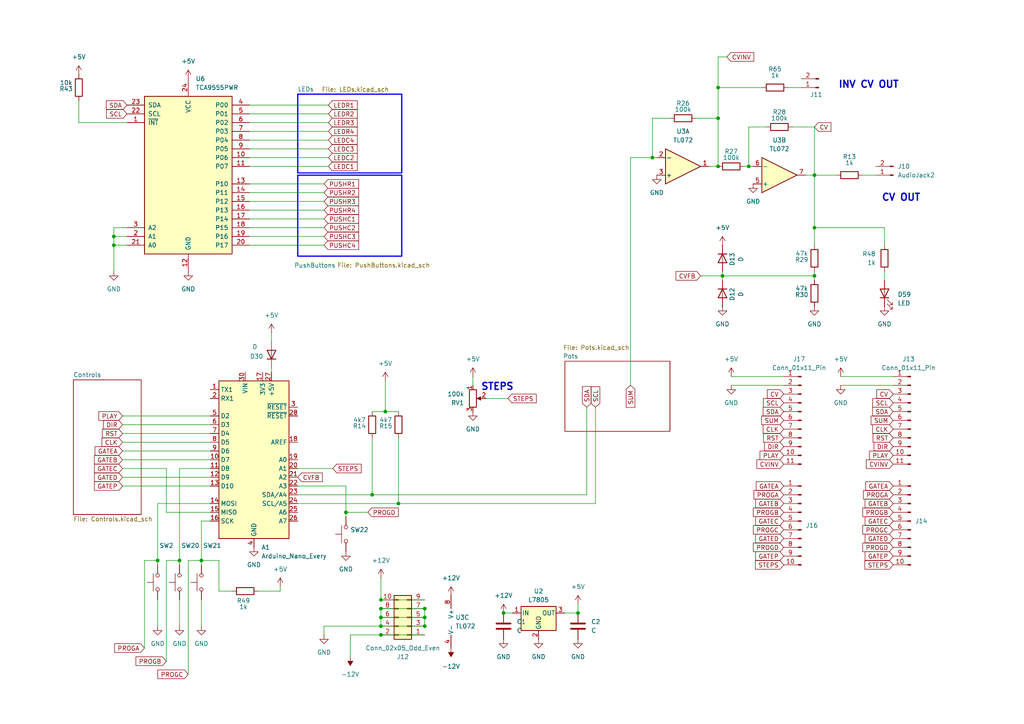
<source format=kicad_sch>
(kicad_sch (version 20250114) (generator "eeschema") (generator_version "9.0")
  (paper "A4")
  (title_block (title "16Sequencer by github.com/Fihdi"))
  (lib_symbols
    (symbol "Amplifier_Operational:TL072" (pin_names (offset 0.127))
      (property "Reference" "U" (at 0 5.08 0))
      (property "Value" "TL072" (at 0 -5.08 0))
      (symbol "TL072_1_1"
        (pin input line (at -7.62 2.54 0) (length 2.54) (name "+") (number "3"))
        (pin input line (at -7.62 -2.54 0) (length 2.54) (name "-") (number "2"))
        (pin output line (at 7.62 0 180) (length 2.54) (name "~") (number "1"))
      )
      (symbol "TL072_2_1"
        (pin input line (at -7.62 2.54 0) (length 2.54) (name "+") (number "5"))
        (pin input line (at -7.62 -2.54 0) (length 2.54) (name "-") (number "6"))
        (pin output line (at 7.62 0 180) (length 2.54) (name "~") (number "7"))
      )
      (symbol "TL072_3_1"
        (pin power_in line (at -2.54 7.62 270) (length 3.81) (name "V+") (number "8"))
        (pin power_in line (at -2.54 -7.62 90) (length 3.81) (name "V-") (number "4"))
      )
    )
    (symbol "Connector:Conn_01x02_Pin" (pin_names (offset 1.016) (hide yes))
      (property "Reference" "J" (at 0 2.54 0))
      (property "Value" "Conn_01x02_Pin" (at 0 -5.08 0))
      (symbol "Conn_01x02_Pin_1_1"
        (pin passive line (at 5.08 0 180) (length 3.81) (name "Pin_1") (number "1"))
        (pin passive line (at 5.08 -2.54 180) (length 3.81) (name "Pin_2") (number "2"))
      )
    )
    (symbol "Connector:Conn_01x10_Pin" (pin_names (offset 1.016) (hide yes))
      (property "Reference" "J" (at 0 12.7 0))
      (property "Value" "Conn_01x10_Pin" (at 0 -15.24 0))
      (symbol "Conn_01x10_Pin_1_1"
        (pin passive line (at 5.08 10.16 180) (length 3.81) (name "Pin_1") (number "1"))
        (pin passive line (at 5.08 7.62 180) (length 3.81) (name "Pin_2") (number "2"))
        (pin passive line (at 5.08 5.08 180) (length 3.81) (name "Pin_3") (number "3"))
        (pin passive line (at 5.08 2.54 180) (length 3.81) (name "Pin_4") (number "4"))
        (pin passive line (at 5.08 0 180) (length 3.81) (name "Pin_5") (number "5"))
        (pin passive line (at 5.08 -2.54 180) (length 3.81) (name "Pin_6") (number "6"))
        (pin passive line (at 5.08 -5.08 180) (length 3.81) (name "Pin_7") (number "7"))
        (pin passive line (at 5.08 -7.62 180) (length 3.81) (name "Pin_8") (number "8"))
        (pin passive line (at 5.08 -10.16 180) (length 3.81) (name "Pin_9") (number "9"))
        (pin passive line (at 5.08 -12.7 180) (length 3.81) (name "Pin_10") (number "10"))
      )
    )
    (symbol "Connector:Conn_01x11_Pin" (pin_names (offset 1.016) (hide yes))
      (property "Reference" "J" (at 0 15.24 0))
      (property "Value" "Conn_01x11_Pin" (at 0 -15.24 0))
      (symbol "Conn_01x11_Pin_1_1"
        (pin passive line (at 5.08 12.7 180) (length 3.81) (name "Pin_1") (number "1"))
        (pin passive line (at 5.08 10.16 180) (length 3.81) (name "Pin_2") (number "2"))
        (pin passive line (at 5.08 7.62 180) (length 3.81) (name "Pin_3") (number "3"))
        (pin passive line (at 5.08 5.08 180) (length 3.81) (name "Pin_4") (number "4"))
        (pin passive line (at 5.08 2.54 180) (length 3.81) (name "Pin_5") (number "5"))
        (pin passive line (at 5.08 0 180) (length 3.81) (name "Pin_6") (number "6"))
        (pin passive line (at 5.08 -2.54 180) (length 3.81) (name "Pin_7") (number "7"))
        (pin passive line (at 5.08 -5.08 180) (length 3.81) (name "Pin_8") (number "8"))
        (pin passive line (at 5.08 -7.62 180) (length 3.81) (name "Pin_9") (number "9"))
        (pin passive line (at 5.08 -10.16 180) (length 3.81) (name "Pin_10") (number "10"))
        (pin passive line (at 5.08 -12.7 180) (length 3.81) (name "Pin_11") (number "11"))
      )
    )
    (symbol "Connector_Generic:Conn_02x05_Odd_Even" (pin_names (offset 1.016) (hide yes))
      (property "Reference" "J" (at 1.27 7.62 0))
      (property "Value" "Conn_02x05_Odd_Even" (at 1.27 -7.62 0))
      (symbol "Conn_02x05_Odd_Even_1_1"
        (pin passive line (at -5.08 5.08 0) (length 3.81) (name "Pin_1") (number "1"))
        (pin passive line (at -5.08 2.54 0) (length 3.81) (name "Pin_3") (number "3"))
        (pin passive line (at -5.08 0 0) (length 3.81) (name "Pin_5") (number "5"))
        (pin passive line (at -5.08 -2.54 0) (length 3.81) (name "Pin_7") (number "7"))
        (pin passive line (at -5.08 -5.08 0) (length 3.81) (name "Pin_9") (number "9"))
        (pin passive line (at 7.62 5.08 180) (length 3.81) (name "Pin_2") (number "2"))
        (pin passive line (at 7.62 2.54 180) (length 3.81) (name "Pin_4") (number "4"))
        (pin passive line (at 7.62 0 180) (length 3.81) (name "Pin_6") (number "6"))
        (pin passive line (at 7.62 -2.54 180) (length 3.81) (name "Pin_8") (number "8"))
        (pin passive line (at 7.62 -5.08 180) (length 3.81) (name "Pin_10") (number "10"))
      )
    )
    (symbol "Device:C" (pin_numbers (hide yes)) (pin_names (offset 0.254))
      (property "Reference" "C" (at 0.635 2.54 0))
      (property "Value" "C" (at 0.635 -2.54 0))
      (symbol "C_1_1"
        (pin passive line (at 0 3.81 270) (length 2.794) (name "~") (number "1"))
        (pin passive line (at 0 -3.81 90) (length 2.794) (name "~") (number "2"))
      )
    )
    (symbol "Device:D" (pin_numbers (hide yes)) (pin_names (offset 1.016) (hide yes))
      (property "Reference" "D" (at 0 2.54 0))
      (property "Value" "D" (at 0 -2.54 0))
      (symbol "D_1_1"
        (pin passive line (at -3.81 0 0) (length 2.54) (name "K") (number "1"))
        (pin passive line (at 3.81 0 180) (length 2.54) (name "A") (number "2"))
      )
    )
    (symbol "Device:LED" (pin_numbers (hide yes)) (pin_names (offset 1.016) (hide yes))
      (property "Reference" "D" (at 0 2.54 0))
      (property "Value" "LED" (at 0 -2.54 0))
      (symbol "LED_1_1"
        (pin passive line (at -3.81 0 0) (length 2.54) (name "K") (number "1"))
        (pin passive line (at 3.81 0 180) (length 2.54) (name "A") (number "2"))
      )
    )
    (symbol "Device:R" (pin_numbers (hide yes)) (pin_names (offset 0))
      (property "Reference" "R" (at 2.032 0 90))
      (property "Value" "R" (at 0 0 90))
      (symbol "R_1_1"
        (pin passive line (at 0 3.81 270) (length 1.27) (name "~") (number "1"))
        (pin passive line (at 0 -3.81 90) (length 1.27) (name "~") (number "2"))
      )
    )
    (symbol "Device:R_Potentiometer" (pin_names (offset 1.016) (hide yes))
      (property "Reference" "RV" (at -4.445 0 90))
      (property "Value" "R_Potentiometer" (at -2.54 0 90))
      (symbol "R_Potentiometer_1_1"
        (pin passive line (at 0 3.81 270) (length 1.27) (name "1") (number "1"))
        (pin passive line (at 0 -3.81 90) (length 1.27) (name "3") (number "3"))
        (pin passive line (at 3.81 0 180) (length 1.27) (name "2") (number "2"))
      )
    )
    (symbol "Interface_Expansion:TCA9555PWR" (pin_names (offset 1.016))
      (property "Reference" "U" (at -11.43 24.13 0))
      (property "Value" "TCA9555PWR" (at 0 0 0))
      (symbol "TCA9555PWR_1_1"
        (pin bidirectional line (at -17.78 20.32 0) (length 5.08) (name "SDA") (number "23"))
        (pin input line (at -17.78 17.78 0) (length 5.08) (name "SCL") (number "22"))
        (pin open_collector line (at -17.78 15.24 0) (length 5.08) (name "~{INT}") (number "1"))
        (pin input line (at -17.78 -15.24 0) (length 5.08) (name "A2") (number "3"))
        (pin input line (at -17.78 -17.78 0) (length 5.08) (name "A1") (number "2"))
        (pin input line (at -17.78 -20.32 0) (length 5.08) (name "A0") (number "21"))
        (pin power_in line (at 0 27.94 270) (length 5.08) (name "VCC") (number "24"))
        (pin power_in line (at 0 -27.94 90) (length 5.08) (name "GND") (number "12"))
        (pin bidirectional line (at 17.78 20.32 180) (length 5.08) (name "P00") (number "4"))
        (pin bidirectional line (at 17.78 17.78 180) (length 5.08) (name "P01") (number "5"))
        (pin bidirectional line (at 17.78 15.24 180) (length 5.08) (name "P02") (number "6"))
        (pin bidirectional line (at 17.78 12.7 180) (length 5.08) (name "P03") (number "7"))
        (pin bidirectional line (at 17.78 10.16 180) (length 5.08) (name "P04") (number "8"))
        (pin bidirectional line (at 17.78 7.62 180) (length 5.08) (name "P05") (number "9"))
        (pin bidirectional line (at 17.78 5.08 180) (length 5.08) (name "P06") (number "10"))
        (pin bidirectional line (at 17.78 2.54 180) (length 5.08) (name "P07") (number "11"))
        (pin bidirectional line (at 17.78 -2.54 180) (length 5.08) (name "P10") (number "13"))
        (pin bidirectional line (at 17.78 -5.08 180) (length 5.08) (name "P11") (number "14"))
        (pin bidirectional line (at 17.78 -7.62 180) (length 5.08) (name "P12") (number "15"))
        (pin bidirectional line (at 17.78 -10.16 180) (length 5.08) (name "P13") (number "16"))
        (pin bidirectional line (at 17.78 -12.7 180) (length 5.08) (name "P14") (number "17"))
        (pin bidirectional line (at 17.78 -15.24 180) (length 5.08) (name "P15") (number "18"))
        (pin bidirectional line (at 17.78 -17.78 180) (length 5.08) (name "P16") (number "19"))
        (pin bidirectional line (at 17.78 -20.32 180) (length 5.08) (name "P17") (number "20"))
      )
    )
    (symbol "MCU_Module:Arduino_Nano_Every"
      (property "Reference" "A" (at -10.16 23.495 0))
      (property "Value" "Arduino_Nano_Every" (at 5.08 -24.13 0))
      (symbol "Arduino_Nano_Every_1_1"
        (pin bidirectional line (at -12.7 20.32 0) (length 2.54) (name "TX1") (number "1"))
        (pin bidirectional line (at -12.7 17.78 0) (length 2.54) (name "RX1") (number "2"))
        (pin bidirectional line (at -12.7 12.7 0) (length 2.54) (name "D2") (number "5"))
        (pin bidirectional line (at -12.7 10.16 0) (length 2.54) (name "D3") (number "6"))
        (pin bidirectional line (at -12.7 7.62 0) (length 2.54) (name "D4") (number "7"))
        (pin bidirectional line (at -12.7 5.08 0) (length 2.54) (name "D5") (number "8"))
        (pin bidirectional line (at -12.7 2.54 0) (length 2.54) (name "D6") (number "9"))
        (pin bidirectional line (at -12.7 0 0) (length 2.54) (name "D7") (number "10"))
        (pin bidirectional line (at -12.7 -2.54 0) (length 2.54) (name "D8") (number "11"))
        (pin bidirectional line (at -12.7 -5.08 0) (length 2.54) (name "D9") (number "12"))
        (pin bidirectional line (at -12.7 -7.62 0) (length 2.54) (name "D10") (number "13"))
        (pin bidirectional line (at -12.7 -12.7 0) (length 2.54) (name "MOSI") (number "14"))
        (pin bidirectional line (at -12.7 -15.24 0) (length 2.54) (name "MISO") (number "15"))
        (pin bidirectional line (at -12.7 -17.78 0) (length 2.54) (name "SCK") (number "16"))
        (pin power_in line (at -2.54 25.4 270) (length 2.54) (name "VIN") (number "30"))
        (pin passive line (at 0 -25.4 90) (length 2.54) (hide yes) (name "GND") (number "29"))
        (pin power_in line (at 0 -25.4 90) (length 2.54) (name "GND") (number "4"))
        (pin power_out line (at 2.54 25.4 270) (length 2.54) (name "3V3") (number "17"))
        (pin power_out line (at 5.08 25.4 270) (length 2.54) (name "+5V") (number "27"))
        (pin input line (at 12.7 15.24 180) (length 2.54) (name "~{RESET}") (number "3"))
        (pin input line (at 12.7 12.7 180) (length 2.54) (name "~{RESET}") (number "28"))
        (pin input line (at 12.7 5.08 180) (length 2.54) (name "AREF") (number "18"))
        (pin bidirectional line (at 12.7 0 180) (length 2.54) (name "A0") (number "19"))
        (pin bidirectional line (at 12.7 -2.54 180) (length 2.54) (name "A1") (number "20"))
        (pin bidirectional line (at 12.7 -5.08 180) (length 2.54) (name "A2") (number "21"))
        (pin bidirectional line (at 12.7 -7.62 180) (length 2.54) (name "A3") (number "22"))
        (pin bidirectional line (at 12.7 -10.16 180) (length 2.54) (name "SDA/A4") (number "23"))
        (pin bidirectional line (at 12.7 -12.7 180) (length 2.54) (name "SCL/A5") (number "24"))
        (pin bidirectional line (at 12.7 -15.24 180) (length 2.54) (name "A6") (number "25"))
        (pin bidirectional line (at 12.7 -17.78 180) (length 2.54) (name "A7") (number "26"))
      )
    )
    (symbol "Regulator_Linear:L7805" (pin_names (offset 0.254))
      (property "Reference" "U" (at -3.81 3.175 0))
      (property "Value" "L7805" (at 0 3.175 0))
      (symbol "L7805_1_1"
        (pin power_in line (at -7.62 0 0) (length 2.54) (name "IN") (number "1"))
        (pin power_in line (at 0 -7.62 90) (length 2.54) (name "GND") (number "2"))
        (pin power_out line (at 7.62 0 180) (length 2.54) (name "OUT") (number "3"))
      )
    )
    (symbol "Switch:SW_Push" (pin_numbers (hide yes)) (pin_names (offset 1.016) (hide yes))
      (property "Reference" "SW" (at 1.27 2.54 0))
      (property "Value" "SW_Push" (at 0 -1.524 0))
      (symbol "SW_Push_0_1"
        (pin passive line (at -5.08 0 0) (length 2.54) (name "1") (number "1"))
        (pin passive line (at 5.08 0 180) (length 2.54) (name "2") (number "2"))
      )
    )
    (symbol "power:+12V" (power) (pin_numbers (hide yes)) (pin_names (offset 0) (hide yes))
      (property "Value" "+12V" (at 0 3.556 0))
      (symbol "+12V_1_1"
        (pin power_in line (at 0 0 90) (length 0) (name "~") (number "1"))
      )
    )
    (symbol "power:+5V" (power) (pin_numbers (hide yes)) (pin_names (offset 0) (hide yes))
      (property "Value" "+5V" (at 0 3.556 0))
      (symbol "+5V_1_1"
        (pin power_in line (at 0 0 90) (length 0) (name "~") (number "1"))
      )
    )
    (symbol "power:-12V" (power) (pin_names (offset 0))
      (property "Value" "-12V" (at 0 3.81 0))
      (symbol "-12V_0_0"
        (pin power_in line (at 0 0 90) (length 0) (hide yes) (name "-12V") (number "1"))
      )
    )
    (symbol "power:GND" (power) (pin_numbers (hide yes)) (pin_names (offset 0) (hide yes))
      (property "Value" "GND" (at 0 -3.81 0))
      (symbol "GND_1_1"
        (pin power_in line (at 0 0 270) (length 0) (name "~") (number "1"))
      )
    )
  )
  (text "STEPS" (at 144.272 112.268 0) (effects (font (size 2 2) (thickness 0.4) (bold yes))))
  (text "CV OUT\n" (at 261.366 57.404 0) (effects (font (size 2 2) (thickness 0.4) (bold yes))))
  (text "INV CV OUT\n" (at 251.968 24.638 0) (effects (font (size 2 2) (thickness 0.4) (bold yes))))
  (junction (at 45.72 162.56))
  (junction (at 123.19 176.53))
  (junction (at 208.28 34.29))
  (junction (at 217.17 48.26))
  (junction (at 110.49 179.07))
  (junction (at 208.28 48.26))
  (junction (at 100.33 148.59))
  (junction (at 110.49 176.53))
  (junction (at 236.22 50.8))
  (junction (at 58.42 162.56))
  (junction (at 167.64 177.8))
  (junction (at 107.95 143.51))
  (junction (at 110.49 184.15))
  (junction (at 236.22 66.04))
  (junction (at 208.28 25.4))
  (junction (at 111.76 119.38))
  (junction (at 115.57 146.05))
  (junction (at 110.49 173.99))
  (junction (at 33.02 68.58))
  (junction (at 236.22 80.01))
  (junction (at 123.19 181.61))
  (junction (at 189.23 45.72))
  (junction (at 146.05 177.8))
  (junction (at 110.49 181.61))
  (junction (at 52.07 162.56))
  (junction (at 209.55 80.01))
  (junction (at 33.02 71.12))
  (junction (at 123.19 179.07))
  (wire (pts (xy 217.17 48.26) (xy 218.44 48.26)))
  (wire (pts (xy 236.22 66.04) (xy 236.22 50.8)))
  (wire (pts (xy 100.33 148.59) (xy 100.33 149.86)))
  (wire (pts (xy 33.02 71.12) (xy 36.83 71.12)))
  (wire (pts (xy 86.36 135.89) (xy 96.52 135.89)))
  (wire (pts (xy 208.28 34.29) (xy 208.28 48.26)))
  (wire (pts (xy 93.98 68.58) (xy 72.39 68.58)))
  (wire (pts (xy 250.19 50.8) (xy 254 50.8)))
  (wire (pts (xy 35.56 138.43) (xy 60.96 138.43)))
  (wire (pts (xy 123.19 181.61) (xy 123.19 179.07)))
  (wire (pts (xy 93.98 63.5) (xy 72.39 63.5)))
  (wire (pts (xy 123.19 176.53) (xy 110.49 176.53)))
  (wire (pts (xy 212.09 109.22) (xy 227.33 109.22)))
  (wire (pts (xy 33.02 68.58) (xy 33.02 71.12)))
  (wire (pts (xy 100.33 140.97) (xy 100.33 148.59)))
  (wire (pts (xy 54.61 162.56) (xy 54.61 195.58)))
  (wire (pts (xy 95.25 45.72) (xy 72.39 45.72)))
  (wire (pts (xy 110.49 181.61) (xy 123.19 181.61)))
  (wire (pts (xy 236.22 36.83) (xy 236.22 50.8)))
  (wire (pts (xy 201.93 34.29) (xy 208.28 34.29)))
  (wire (pts (xy 95.25 40.64) (xy 72.39 40.64)))
  (wire (pts (xy 35.56 135.89) (xy 48.26 135.89)))
  (wire (pts (xy 170.18 118.11) (xy 170.18 143.51)))
  (wire (pts (xy 33.02 71.12) (xy 33.02 78.74)))
  (wire (pts (xy 95.25 43.18) (xy 72.39 43.18)))
  (wire (pts (xy 123.19 173.99) (xy 110.49 173.99)))
  (wire (pts (xy 236.22 50.8) (xy 242.57 50.8)))
  (wire (pts (xy 93.98 55.88) (xy 72.39 55.88)))
  (wire (pts (xy 236.22 80.01) (xy 236.22 81.28)))
  (wire (pts (xy 100.33 148.59) (xy 106.68 148.59)))
  (wire (pts (xy 45.72 162.56) (xy 41.91 162.56)))
  (wire (pts (xy 58.42 173.99) (xy 58.42 181.61)))
  (wire (pts (xy 101.6 184.15) (xy 101.6 190.5)))
  (wire (pts (xy 212.09 111.76) (xy 227.33 111.76)))
  (wire (pts (xy 110.49 173.99) (xy 110.49 167.64)))
  (wire (pts (xy 233.68 50.8) (xy 236.22 50.8)))
  (wire (pts (xy 78.74 99.06) (xy 78.74 96.52)))
  (wire (pts (xy 243.84 109.22) (xy 259.08 109.22)))
  (wire (pts (xy 163.83 177.8) (xy 167.64 177.8)))
  (wire (pts (xy 58.42 163.83) (xy 58.42 162.56)))
  (wire (pts (xy 35.56 123.19) (xy 60.96 123.19)))
  (wire (pts (xy 35.56 133.35) (xy 60.96 133.35)))
  (wire (pts (xy 189.23 45.72) (xy 189.23 34.29)))
  (wire (pts (xy 78.74 106.68) (xy 78.74 107.95)))
  (wire (pts (xy 208.28 16.51) (xy 208.28 25.4)))
  (wire (pts (xy 107.95 143.51) (xy 170.18 143.51)))
  (wire (pts (xy 58.42 162.56) (xy 54.61 162.56)))
  (wire (pts (xy 58.42 162.56) (xy 58.42 151.13)))
  (wire (pts (xy 110.49 184.15) (xy 101.6 184.15)))
  (wire (pts (xy 256.54 78.74) (xy 256.54 81.28)))
  (wire (pts (xy 208.28 25.4) (xy 220.98 25.4)))
  (wire (pts (xy 58.42 151.13) (xy 60.96 151.13)))
  (wire (pts (xy 93.98 60.96) (xy 72.39 60.96)))
  (wire (pts (xy 243.84 111.76) (xy 259.08 111.76)))
  (wire (pts (xy 189.23 45.72) (xy 190.5 45.72)))
  (wire (pts (xy 58.42 162.56) (xy 63.5 162.56)))
  (wire (pts (xy 182.88 111.76) (xy 182.88 45.72)))
  (wire (pts (xy 93.98 184.15) (xy 93.98 181.61)))
  (wire (pts (xy 36.83 35.56) (xy 22.86 35.56)))
  (wire (pts (xy 22.86 35.56) (xy 22.86 29.21)))
  (wire (pts (xy 86.36 143.51) (xy 107.95 143.51)))
  (wire (pts (xy 45.72 173.99) (xy 45.72 181.61)))
  (wire (pts (xy 93.98 58.42) (xy 72.39 58.42)))
  (wire (pts (xy 45.72 146.05) (xy 60.96 146.05)))
  (wire (pts (xy 95.25 30.48) (xy 72.39 30.48)))
  (wire (pts (xy 217.17 48.26) (xy 217.17 36.83)))
  (wire (pts (xy 115.57 127) (xy 115.57 146.05)))
  (wire (pts (xy 63.5 162.56) (xy 63.5 171.45)))
  (wire (pts (xy 86.36 140.97) (xy 100.33 140.97)))
  (wire (pts (xy 86.36 146.05) (xy 115.57 146.05)))
  (wire (pts (xy 147.32 115.57) (xy 140.97 115.57)))
  (wire (pts (xy 189.23 34.29) (xy 194.31 34.29)))
  (wire (pts (xy 95.25 33.02) (xy 72.39 33.02)))
  (wire (pts (xy 203.2 80.01) (xy 209.55 80.01)))
  (wire (pts (xy 217.17 36.83) (xy 222.25 36.83)))
  (wire (pts (xy 48.26 135.89) (xy 48.26 148.59)))
  (wire (pts (xy 228.6 25.4) (xy 232.41 25.4)))
  (wire (pts (xy 111.76 110.49) (xy 111.76 119.38)))
  (wire (pts (xy 209.55 80.01) (xy 209.55 81.28)))
  (wire (pts (xy 35.56 120.65) (xy 60.96 120.65)))
  (wire (pts (xy 146.05 177.8) (xy 148.59 177.8)))
  (wire (pts (xy 95.25 48.26) (xy 72.39 48.26)))
  (wire (pts (xy 36.83 66.04) (xy 33.02 66.04)))
  (wire (pts (xy 93.98 181.61) (xy 110.49 181.61)))
  (wire (pts (xy 137.16 109.22) (xy 137.16 111.76)))
  (wire (pts (xy 236.22 66.04) (xy 256.54 66.04)))
  (wire (pts (xy 123.19 179.07) (xy 123.19 176.53)))
  (wire (pts (xy 33.02 66.04) (xy 33.02 68.58)))
  (wire (pts (xy 215.9 48.26) (xy 217.17 48.26)))
  (wire (pts (xy 52.07 135.89) (xy 60.96 135.89)))
  (wire (pts (xy 33.02 68.58) (xy 36.83 68.58)))
  (wire (pts (xy 208.28 48.26) (xy 205.74 48.26)))
  (wire (pts (xy 95.25 35.56) (xy 72.39 35.56)))
  (wire (pts (xy 236.22 71.12) (xy 236.22 66.04)))
  (wire (pts (xy 236.22 78.74) (xy 236.22 80.01)))
  (wire (pts (xy 52.07 135.89) (xy 52.07 162.56)))
  (wire (pts (xy 35.56 140.97) (xy 60.96 140.97)))
  (wire (pts (xy 52.07 173.99) (xy 52.07 181.61)))
  (wire (pts (xy 208.28 25.4) (xy 208.28 34.29)))
  (wire (pts (xy 210.82 16.51) (xy 208.28 16.51)))
  (wire (pts (xy 81.28 171.45) (xy 74.93 171.45)))
  (wire (pts (xy 209.55 78.74) (xy 209.55 80.01)))
  (wire (pts (xy 111.76 119.38) (xy 115.57 119.38)))
  (wire (pts (xy 93.98 71.12) (xy 72.39 71.12)))
  (wire (pts (xy 123.19 179.07) (xy 110.49 179.07)))
  (wire (pts (xy 115.57 146.05) (xy 172.72 146.05)))
  (wire (pts (xy 110.49 176.53) (xy 110.49 179.07)))
  (wire (pts (xy 107.95 119.38) (xy 111.76 119.38)))
  (wire (pts (xy 45.72 163.83) (xy 45.72 162.56)))
  (wire (pts (xy 41.91 162.56) (xy 41.91 187.96)))
  (wire (pts (xy 48.26 148.59) (xy 60.96 148.59)))
  (wire (pts (xy 93.98 53.34) (xy 72.39 53.34)))
  (wire (pts (xy 256.54 66.04) (xy 256.54 71.12)))
  (wire (pts (xy 95.25 38.1) (xy 72.39 38.1)))
  (wire (pts (xy 45.72 162.56) (xy 45.72 146.05)))
  (wire (pts (xy 35.56 125.73) (xy 60.96 125.73)))
  (wire (pts (xy 123.19 184.15) (xy 110.49 184.15)))
  (wire (pts (xy 35.56 130.81) (xy 60.96 130.81)))
  (wire (pts (xy 172.72 118.11) (xy 172.72 146.05)))
  (wire (pts (xy 229.87 36.83) (xy 236.22 36.83)))
  (wire (pts (xy 110.49 179.07) (xy 110.49 181.61)))
  (wire (pts (xy 182.88 45.72) (xy 189.23 45.72)))
  (wire (pts (xy 236.22 80.01) (xy 209.55 80.01)))
  (wire (pts (xy 63.5 171.45) (xy 67.31 171.45)))
  (wire (pts (xy 81.28 170.18) (xy 81.28 171.45)))
  (wire (pts (xy 93.98 66.04) (xy 72.39 66.04)))
  (wire (pts (xy 107.95 127) (xy 107.95 143.51)))
  (wire (pts (xy 35.56 128.27) (xy 60.96 128.27)))
  (wire (pts (xy 52.07 162.56) (xy 52.07 163.83)))
  (wire (pts (xy 52.07 162.56) (xy 48.26 162.56)))
  (wire (pts (xy 48.26 162.56) (xy 48.26 191.77)))
  (wire (pts (xy 167.64 177.8) (xy 167.64 175.26)))
  (global_label "DIR" (shape input) (at 227.33 129.54 180) (property "Intersheetrefs" "${INTERSHEET_REFS}" (effects (hide yes))))
  (global_label "GATEP" (shape input) (at 259.08 161.29 180) (property "Intersheetrefs" "${INTERSHEET_REFS}" (effects (hide yes))))
  (global_label "PROGB" (shape input) (at 227.33 148.59 180) (property "Intersheetrefs" "${INTERSHEET_REFS}" (effects (hide yes))))
  (global_label "PLAY" (shape input) (at 259.08 132.08 180) (property "Intersheetrefs" "${INTERSHEET_REFS}" (effects (hide yes))))
  (global_label "LEDR3" (shape input) (at 95.25 35.56 0) (property "Intersheetrefs" "${INTERSHEET_REFS}" (effects (hide yes))))
  (global_label "STEPS" (shape input) (at 147.32 115.57 0) (property "Intersheetrefs" "${INTERSHEET_REFS}" (effects (hide yes))))
  (global_label "PUSHC4" (shape input) (at 93.98 71.12 0) (property "Intersheetrefs" "${INTERSHEET_REFS}" (effects (hide yes))))
  (global_label "PROGA" (shape input) (at 41.91 187.96 180) (property "Intersheetrefs" "${INTERSHEET_REFS}" (effects (hide yes))))
  (global_label "GATEC" (shape input) (at 259.08 151.13 180) (property "Intersheetrefs" "${INTERSHEET_REFS}" (effects (hide yes))))
  (global_label "STEPS" (shape input) (at 259.08 163.83 180) (property "Intersheetrefs" "${INTERSHEET_REFS}" (effects (hide yes))))
  (global_label "CV" (shape input) (at 236.22 36.83 0) (property "Intersheetrefs" "${INTERSHEET_REFS}" (effects (hide yes))))
  (global_label "STEPS" (shape input) (at 96.52 135.89 0) (property "Intersheetrefs" "${INTERSHEET_REFS}" (effects (hide yes))))
  (global_label "SCL" (shape input) (at 172.72 118.11 90) (property "Intersheetrefs" "${INTERSHEET_REFS}" (effects (hide yes))))
  (global_label "LEDR1" (shape input) (at 95.25 30.48 0) (property "Intersheetrefs" "${INTERSHEET_REFS}" (effects (hide yes))))
  (global_label "CVFB" (shape input) (at 203.2 80.01 180) (property "Intersheetrefs" "${INTERSHEET_REFS}" (effects (hide yes))))
  (global_label "PROGB" (shape input) (at 48.26 191.77 180) (property "Intersheetrefs" "${INTERSHEET_REFS}" (effects (hide yes))))
  (global_label "PUSHR3" (shape input) (at 93.98 58.42 0) (property "Intersheetrefs" "${INTERSHEET_REFS}" (effects (hide yes))))
  (global_label "GATED" (shape input) (at 35.56 138.43 180) (property "Intersheetrefs" "${INTERSHEET_REFS}" (effects (hide yes))))
  (global_label "PROGC" (shape input) (at 227.33 153.67 180) (property "Intersheetrefs" "${INTERSHEET_REFS}" (effects (hide yes))))
  (global_label "RST" (shape input) (at 35.56 125.73 180) (property "Intersheetrefs" "${INTERSHEET_REFS}" (effects (hide yes))))
  (global_label "CLK" (shape input) (at 35.56 128.27 180) (property "Intersheetrefs" "${INTERSHEET_REFS}" (effects (hide yes))))
  (global_label "PROGB" (shape input) (at 259.08 148.59 180) (property "Intersheetrefs" "${INTERSHEET_REFS}" (effects (hide yes))))
  (global_label "CLK" (shape input) (at 227.33 124.46 180) (property "Intersheetrefs" "${INTERSHEET_REFS}" (effects (hide yes))))
  (global_label "CVINV" (shape input) (at 259.08 134.62 180) (property "Intersheetrefs" "${INTERSHEET_REFS}" (effects (hide yes))))
  (global_label "GATEB" (shape input) (at 35.56 133.35 180) (property "Intersheetrefs" "${INTERSHEET_REFS}" (effects (hide yes))))
  (global_label "SDA" (shape input) (at 170.18 118.11 90) (property "Intersheetrefs" "${INTERSHEET_REFS}" (effects (hide yes))))
  (global_label "SDA" (shape input) (at 259.08 119.38 180) (property "Intersheetrefs" "${INTERSHEET_REFS}" (effects (hide yes))))
  (global_label "LEDC2" (shape input) (at 95.25 45.72 0) (property "Intersheetrefs" "${INTERSHEET_REFS}" (effects (hide yes))))
  (global_label "CVINV" (shape input) (at 210.82 16.51 0) (property "Intersheetrefs" "${INTERSHEET_REFS}" (effects (hide yes))))
  (global_label "GATEA" (shape input) (at 259.08 140.97 180) (property "Intersheetrefs" "${INTERSHEET_REFS}" (effects (hide yes))))
  (global_label "CVFB" (shape input) (at 86.36 138.43 0) (property "Intersheetrefs" "${INTERSHEET_REFS}" (effects (hide yes))))
  (global_label "CVINV" (shape input) (at 227.33 134.62 180) (property "Intersheetrefs" "${INTERSHEET_REFS}" (effects (hide yes))))
  (global_label "PUSHC1" (shape input) (at 93.98 63.5 0) (property "Intersheetrefs" "${INTERSHEET_REFS}" (effects (hide yes))))
  (global_label "DIR" (shape input) (at 35.56 123.19 180) (property "Intersheetrefs" "${INTERSHEET_REFS}" (effects (hide yes))))
  (global_label "SCL" (shape input) (at 259.08 116.84 180) (property "Intersheetrefs" "${INTERSHEET_REFS}" (effects (hide yes))))
  (global_label "LEDC4" (shape input) (at 95.25 40.64 0) (property "Intersheetrefs" "${INTERSHEET_REFS}" (effects (hide yes))))
  (global_label "GATEA" (shape input) (at 227.33 140.97 180) (property "Intersheetrefs" "${INTERSHEET_REFS}" (effects (hide yes))))
  (global_label "SUM" (shape input) (at 182.88 111.76 270) (property "Intersheetrefs" "${INTERSHEET_REFS}" (effects (hide yes))))
  (global_label "GATEP" (shape input) (at 35.56 140.97 180) (property "Intersheetrefs" "${INTERSHEET_REFS}" (effects (hide yes))))
  (global_label "PROGD" (shape input) (at 259.08 158.75 180) (property "Intersheetrefs" "${INTERSHEET_REFS}" (effects (hide yes))))
  (global_label "SCL" (shape input) (at 36.83 33.02 180) (property "Intersheetrefs" "${INTERSHEET_REFS}" (effects (hide yes))))
  (global_label "GATED" (shape input) (at 227.33 156.21 180) (property "Intersheetrefs" "${INTERSHEET_REFS}" (effects (hide yes))))
  (global_label "GATEP" (shape input) (at 227.33 161.29 180) (property "Intersheetrefs" "${INTERSHEET_REFS}" (effects (hide yes))))
  (global_label "PROGA" (shape input) (at 259.08 143.51 180) (property "Intersheetrefs" "${INTERSHEET_REFS}" (effects (hide yes))))
  (global_label "PLAY" (shape input) (at 35.56 120.65 180) (property "Intersheetrefs" "${INTERSHEET_REFS}" (effects (hide yes))))
  (global_label "PUSHC2" (shape input) (at 93.98 66.04 0) (property "Intersheetrefs" "${INTERSHEET_REFS}" (effects (hide yes))))
  (global_label "LEDC3" (shape input) (at 95.25 43.18 0) (property "Intersheetrefs" "${INTERSHEET_REFS}" (effects (hide yes))))
  (global_label "PROGD" (shape input) (at 227.33 158.75 180) (property "Intersheetrefs" "${INTERSHEET_REFS}" (effects (hide yes))))
  (global_label "SCL" (shape input) (at 227.33 116.84 180) (property "Intersheetrefs" "${INTERSHEET_REFS}" (effects (hide yes))))
  (global_label "PROGC" (shape input) (at 259.08 153.67 180) (property "Intersheetrefs" "${INTERSHEET_REFS}" (effects (hide yes))))
  (global_label "RST" (shape input) (at 227.33 127 180) (property "Intersheetrefs" "${INTERSHEET_REFS}" (effects (hide yes))))
  (global_label "PROGD" (shape input) (at 106.68 148.59 0) (property "Intersheetrefs" "${INTERSHEET_REFS}" (effects (hide yes))))
  (global_label "SUM" (shape input) (at 227.33 121.92 180) (property "Intersheetrefs" "${INTERSHEET_REFS}" (effects (hide yes))))
  (global_label "CV" (shape input) (at 227.33 114.3 180) (property "Intersheetrefs" "${INTERSHEET_REFS}" (effects (hide yes))))
  (global_label "STEPS" (shape input) (at 227.33 163.83 180) (property "Intersheetrefs" "${INTERSHEET_REFS}" (effects (hide yes))))
  (global_label "SDA" (shape input) (at 36.83 30.48 180) (property "Intersheetrefs" "${INTERSHEET_REFS}" (effects (hide yes))))
  (global_label "PUSHR1" (shape input) (at 93.98 53.34 0) (property "Intersheetrefs" "${INTERSHEET_REFS}" (effects (hide yes))))
  (global_label "GATEB" (shape input) (at 227.33 146.05 180) (property "Intersheetrefs" "${INTERSHEET_REFS}" (effects (hide yes))))
  (global_label "LEDR4" (shape input) (at 95.25 38.1 0) (property "Intersheetrefs" "${INTERSHEET_REFS}" (effects (hide yes))))
  (global_label "GATEA" (shape input) (at 35.56 130.81 180) (property "Intersheetrefs" "${INTERSHEET_REFS}" (effects (hide yes))))
  (global_label "CV" (shape input) (at 259.08 114.3 180) (property "Intersheetrefs" "${INTERSHEET_REFS}" (effects (hide yes))))
  (global_label "PUSHR4" (shape input) (at 93.98 60.96 0) (property "Intersheetrefs" "${INTERSHEET_REFS}" (effects (hide yes))))
  (global_label "GATED" (shape input) (at 259.08 156.21 180) (property "Intersheetrefs" "${INTERSHEET_REFS}" (effects (hide yes))))
  (global_label "GATEC" (shape input) (at 227.33 151.13 180) (property "Intersheetrefs" "${INTERSHEET_REFS}" (effects (hide yes))))
  (global_label "SUM" (shape input) (at 259.08 121.92 180) (property "Intersheetrefs" "${INTERSHEET_REFS}" (effects (hide yes))))
  (global_label "DIR" (shape input) (at 259.08 129.54 180) (property "Intersheetrefs" "${INTERSHEET_REFS}" (effects (hide yes))))
  (global_label "LEDC1" (shape input) (at 95.25 48.26 0) (property "Intersheetrefs" "${INTERSHEET_REFS}" (effects (hide yes))))
  (global_label "PROGA" (shape input) (at 227.33 143.51 180) (property "Intersheetrefs" "${INTERSHEET_REFS}" (effects (hide yes))))
  (global_label "SDA" (shape input) (at 227.33 119.38 180) (property "Intersheetrefs" "${INTERSHEET_REFS}" (effects (hide yes))))
  (global_label "PROGC" (shape input) (at 54.61 195.58 180) (property "Intersheetrefs" "${INTERSHEET_REFS}" (effects (hide yes))))
  (global_label "CLK" (shape input) (at 259.08 124.46 180) (property "Intersheetrefs" "${INTERSHEET_REFS}" (effects (hide yes))))
  (global_label "RST" (shape input) (at 259.08 127 180) (property "Intersheetrefs" "${INTERSHEET_REFS}" (effects (hide yes))))
  (global_label "PUSHC3" (shape input) (at 93.98 68.58 0) (property "Intersheetrefs" "${INTERSHEET_REFS}" (effects (hide yes))))
  (global_label "LEDR2" (shape input) (at 95.25 33.02 0) (property "Intersheetrefs" "${INTERSHEET_REFS}" (effects (hide yes))))
  (global_label "PUSHR2" (shape input) (at 93.98 55.88 0) (property "Intersheetrefs" "${INTERSHEET_REFS}" (effects (hide yes))))
  (global_label "PLAY" (shape input) (at 227.33 132.08 180) (property "Intersheetrefs" "${INTERSHEET_REFS}" (effects (hide yes))))
  (global_label "GATEB" (shape input) (at 259.08 146.05 180) (property "Intersheetrefs" "${INTERSHEET_REFS}" (effects (hide yes))))
  (global_label "GATEC" (shape input) (at 35.56 135.89 180) (property "Intersheetrefs" "${INTERSHEET_REFS}" (effects (hide yes))))
  (symbol (lib_id "Device:D") (at 209.55 85.09 270) (unit 1)
    (property "Reference" "D12" (at 212.344 85.344 0))
    (property "Value" "D" (at 214.884 85.344 0))
    (property "Footprint" "Diode_SMD:D_1206_3216Metric" (effects (hide yes)))
    (property "Description" "Diode" (effects (hide yes)))
    (property "Sim.Device" "D" (effects (hide yes)))
    (property "Sim.Pins" "1=K 2=A" (effects (hide yes)))
  )
  (symbol (lib_id "Switch:SW_Push") (at 45.72 168.91 90) (unit 1)
    (property "Reference" "SW2" (at 46.228 158.242 90) (effects (justify right)))
    (property "Value" "SW_Push" (effects (hide yes)))
    (property "Footprint" "Library:PushButton" (effects (hide yes)))
    (property "Description" "Push button switch, generic, two pins" (effects (hide yes)))
  )
  (symbol (lib_id "power:+5V") (at 243.84 109.22 0) (unit 1)
    (property "Reference" "#PWR070" (effects (hide yes)))
    (property "Value" "+5V" (at 243.84 104.14 0))
    (property "Description" "Power symbol creates a global label with name \"+5V\"" (effects (hide yes)))
  )
  (symbol (lib_id "power:GND") (at 218.44 53.34 0) (mirror y) (unit 1)
    (property "Reference" "#PWR027" (effects (hide yes)))
    (property "Value" "GND" (at 218.44 58.42 0))
    (property "Description" "Power symbol creates a global label with name \"GND\" , ground" (effects (hide yes)))
  )
  (symbol (lib_id "Device:R") (at 115.57 123.19 180) (unit 1)
    (property "Reference" "R15" (at 111.887 123.571 0))
    (property "Value" "4k7" (at 111.887 121.793 0))
    (property "Footprint" "Resistor_SMD:R_1206_3216Metric" (effects (hide yes)))
    (property "Description" "Resistor" (effects (hide yes)))
  )
  (symbol (lib_id "power:GND") (at 190.5 50.8 0) (mirror y) (unit 1)
    (property "Reference" "#PWR026" (effects (hide yes)))
    (property "Value" "GND" (at 190.5 55.88 0))
    (property "Description" "Power symbol creates a global label with name \"GND\" , ground" (effects (hide yes)))
  )
  (symbol (lib_id "power:GND") (at 209.55 88.9 0) (mirror y) (unit 1)
    (property "Reference" "#PWR038" (effects (hide yes)))
    (property "Value" "GND" (at 209.55 93.98 0))
    (property "Description" "Power symbol creates a global label with name \"GND\" , ground" (effects (hide yes)))
  )
  (symbol (lib_id "power:GND") (at 100.33 160.02 0) (mirror y) (unit 1)
    (property "Reference" "#PWR034" (effects (hide yes)))
    (property "Value" "GND" (at 100.33 165.1 0))
    (property "Description" "Power symbol creates a global label with name \"GND\" , ground" (effects (hide yes)))
  )
  (symbol (lib_id "power:GND") (at 256.54 88.9 0) (mirror y) (unit 1)
    (property "Reference" "#PWR025" (effects (hide yes)))
    (property "Value" "GND" (at 256.54 93.98 0))
    (property "Description" "Power symbol creates a global label with name \"GND\" , ground" (effects (hide yes)))
  )
  (symbol (lib_id "power:+5V") (at 54.61 22.86 0) (unit 1)
    (property "Reference" "#PWR067" (effects (hide yes)))
    (property "Value" "+5V" (at 54.61 17.78 0))
    (property "Description" "Power symbol creates a global label with name \"+5V\"" (effects (hide yes)))
  )
  (symbol (lib_id "Connector:Conn_01x02_Pin") (at 259.08 50.8 180) (unit 1)
    (property "Reference" "J10" (at 260.35 48.2599 0) (effects (justify right)))
    (property "Value" "AudioJack2" (at 260.35 50.7999 0) (effects (justify right)))
    (property "Footprint" "Library:3mm5 Mono Aux" (effects (hide yes)))
    (property "Description" "Generic connector, single row, 01x02, script generated" (effects (hide yes)))
  )
  (symbol (lib_id "power:GND") (at 33.02 78.74 0) (mirror y) (unit 1)
    (property "Reference" "#PWR066" (effects (hide yes)))
    (property "Value" "GND" (at 33.02 83.82 0))
    (property "Description" "Power symbol creates a global label with name \"GND\" , ground" (effects (hide yes)))
  )
  (symbol (lib_id "power:GND") (at 73.66 158.75 0) (mirror y) (unit 1)
    (property "Reference" "#PWR01" (effects (hide yes)))
    (property "Value" "GND" (at 73.66 163.83 0))
    (property "Description" "Power symbol creates a global label with name \"GND\" , ground" (effects (hide yes)))
  )
  (symbol (lib_id "Device:R") (at 246.38 50.8 270) (unit 1)
    (property "Reference" "R13" (at 246.38 45.466 90))
    (property "Value" "1k" (at 246.38 47.244 90))
    (property "Footprint" "Resistor_SMD:R_1206_3216Metric" (effects (hide yes)))
    (property "Description" "Resistor" (effects (hide yes)))
  )
  (symbol (lib_id "power:GND") (at 58.42 181.61 0) (mirror y) (unit 1)
    (property "Reference" "#PWR030" (effects (hide yes)))
    (property "Value" "GND" (at 58.42 186.69 0))
    (property "Description" "Power symbol creates a global label with name \"GND\" , ground" (effects (hide yes)))
  )
  (symbol (lib_id "Connector_Generic:Conn_02x05_Odd_Even") (at 118.11 179.07 180) (unit 1)
    (property "Reference" "J12" (at 116.84 190.5 0))
    (property "Value" "Conn_02x05_Odd_Even" (at 116.84 187.96 0))
    (property "Footprint" "Connector_PinHeader_2.54mm:PinHeader_2x05_P2.54mm_Vertical" (effects (hide yes)))
    (property "Description" "Generic connector, double row, 02x05, odd/even pin numbering scheme (row 1 odd numbers, row 2 even numbers), script generated (kicad-library-utils/schlib/autogen/connector/)" (effects (hide yes)))
  )
  (symbol (lib_id "power:GND") (at 167.64 185.42 0) (mirror y) (unit 1)
    (property "Reference" "#PWR06" (effects (hide yes)))
    (property "Value" "GND" (at 167.64 190.5 0))
    (property "Description" "Power symbol creates a global label with name \"GND\" , ground" (effects (hide yes)))
  )
  (symbol (lib_id "power:GND") (at 137.16 119.38 0) (unit 1)
    (property "Reference" "#PWR022" (effects (hide yes)))
    (property "Value" "GND" (at 137.16 124.46 0))
    (property "Description" "Power symbol creates a global label with name \"GND\" , ground" (effects (hide yes)))
  )
  (symbol (lib_id "power:+12V") (at 130.81 172.72 0) (mirror y) (unit 1)
    (property "Reference" "#PWR013" (effects (hide yes)))
    (property "Value" "+12V" (at 130.81 167.64 0))
    (property "Description" "Power symbol creates a global label with name \"+12V\"" (effects (hide yes)))
  )
  (symbol (lib_id "power:+5V") (at 212.09 109.22 0) (unit 1)
    (property "Reference" "#PWR072" (effects (hide yes)))
    (property "Value" "+5V" (at 212.09 104.14 0))
    (property "Description" "Power symbol creates a global label with name \"+5V\"" (effects (hide yes)))
  )
  (symbol (lib_id "power:GND") (at 52.07 181.61 0) (mirror y) (unit 1)
    (property "Reference" "#PWR029" (effects (hide yes)))
    (property "Value" "GND" (at 52.07 186.69 0))
    (property "Description" "Power symbol creates a global label with name \"GND\" , ground" (effects (hide yes)))
  )
  (symbol (lib_id "power:+5V") (at 137.16 109.22 0) (mirror y) (unit 1)
    (property "Reference" "#PWR021" (effects (hide yes)))
    (property "Value" "+5V" (at 137.16 104.14 0))
    (property "Description" "Power symbol creates a global label with name \"+5V\"" (effects (hide yes)))
  )
  (symbol (lib_id "power:-12V") (at 130.81 187.96 180) (unit 1)
    (property "Reference" "#PWR092" (effects (hide yes)))
    (property "Value" "-12V" (at 130.81 193.294 0))
  )
  (symbol (lib_id "power:GND") (at 146.05 185.42 0) (mirror y) (unit 1)
    (property "Reference" "#PWR036" (effects (hide yes)))
    (property "Value" "GND" (at 146.05 190.5 0))
    (property "Description" "Power symbol creates a global label with name \"GND\" , ground" (effects (hide yes)))
  )
  (symbol (lib_id "Switch:SW_Push") (at 52.07 168.91 90) (unit 1)
    (property "Reference" "SW20" (at 52.578 158.242 90) (effects (justify right)))
    (property "Value" "SW_Push" (effects (hide yes)))
    (property "Footprint" "Library:PushButton" (effects (hide yes)))
    (property "Description" "Push button switch, generic, two pins" (effects (hide yes)))
  )
  (symbol (lib_id "power:-12V") (at 101.6 190.5 180) (unit 1)
    (property "Reference" "#PWR041" (effects (hide yes)))
    (property "Value" "-12V" (at 101.6 195.58 0))
  )
  (symbol (lib_id "power:GND") (at 236.22 88.9 0) (mirror y) (unit 1)
    (property "Reference" "#PWR033" (effects (hide yes)))
    (property "Value" "GND" (at 236.22 93.98 0))
    (property "Description" "Power symbol creates a global label with name \"GND\" , ground" (effects (hide yes)))
  )
  (symbol (lib_id "Device:R_Potentiometer") (at 137.16 115.57 0) (unit 1)
    (property "Reference" "RV1" (at 134.62 116.8401 0) (effects (justify right)))
    (property "Value" "100k" (at 134.62 114.3001 0) (effects (justify right)))
    (property "Footprint" "Potentiometer_THT:Potentiometer_Alpha_RD901F-40-00D_Single_Vertical_CircularHoles" (effects (hide yes)))
    (property "Description" "Potentiometer" (effects (hide yes)))
  )
  (symbol (lib_id "Device:R") (at 198.12 34.29 270) (unit 1)
    (property "Reference" "R26" (at 198.12 29.972 90))
    (property "Value" "100k" (at 198.12 31.75 90))
    (property "Footprint" "Resistor_SMD:R_1206_3216Metric" (effects (hide yes)))
    (property "Description" "Resistor" (effects (hide yes)))
  )
  (symbol (lib_id "Device:R") (at 236.22 85.09 180) (unit 1)
    (property "Reference" "R30" (at 232.537 85.471 0))
    (property "Value" "47k" (at 232.537 83.693 0))
    (property "Footprint" "Resistor_SMD:R_1206_3216Metric" (effects (hide yes)))
    (property "Description" "Resistor" (effects (hide yes)))
  )
  (symbol (lib_id "power:GND") (at 93.98 184.15 0) (unit 1)
    (property "Reference" "#PWR040" (effects (hide yes)))
    (property "Value" "GND" (at 93.98 189.23 0))
  )
  (symbol (lib_id "Device:R") (at 236.22 74.93 180) (unit 1)
    (property "Reference" "R29" (at 232.537 75.311 0))
    (property "Value" "47k" (at 232.537 73.533 0))
    (property "Footprint" "Resistor_SMD:R_1206_3216Metric" (effects (hide yes)))
    (property "Description" "Resistor" (effects (hide yes)))
  )
  (symbol (lib_id "Connector:Conn_01x10_Pin") (at 264.16 151.13 0) (mirror y) (unit 1)
    (property "Reference" "J14" (at 265.43 151.1299 0) (effects (justify right)))
    (property "Value" "Conn_01x10_Pin" (effects (hide yes)))
    (property "Footprint" "Connector_PinHeader_2.54mm:PinHeader_1x10_P2.54mm_Vertical" (effects (hide yes)))
    (property "Description" "Generic connector, single row, 01x10, script generated" (effects (hide yes)))
  )
  (symbol (lib_id "power:GND") (at 212.09 111.76 0) (unit 1)
    (property "Reference" "#PWR073" (effects (hide yes)))
    (property "Value" "GND" (at 212.09 116.84 0))
    (property "Description" "Power symbol creates a global label with name \"GND\" , ground" (effects (hide yes)))
  )
  (symbol (lib_id "Device:R") (at 107.95 123.19 180) (unit 1)
    (property "Reference" "R14" (at 104.267 123.571 0))
    (property "Value" "4k7" (at 104.267 121.793 0))
    (property "Footprint" "Resistor_SMD:R_1206_3216Metric" (effects (hide yes)))
    (property "Description" "Resistor" (effects (hide yes)))
  )
  (symbol (lib_id "MCU_Module:Arduino_Nano_Every") (at 73.66 133.35 0) (unit 1)
    (property "Reference" "A1" (at 75.8033 158.75 0) (effects (justify left)))
    (property "Value" "Arduino_Nano_Every" (at 75.8033 161.29 0) (effects (justify left)))
    (property "Footprint" "Module:Arduino_Nano" (effects (hide yes)))
    (property "Datasheet" "https://content.arduino.cc/assets/NANOEveryV3.0_sch.pdf" (effects (hide yes)))
    (property "Description" "Arduino Nano Every" (effects (hide yes)))
  )
  (symbol (lib_id "power:GND") (at 156.21 185.42 0) (mirror y) (unit 1)
    (property "Reference" "#PWR07" (effects (hide yes)))
    (property "Value" "GND" (at 156.21 190.5 0))
    (property "Description" "Power symbol creates a global label with name \"GND\" , ground" (effects (hide yes)))
  )
  (symbol (lib_id "Connector:Conn_01x10_Pin") (at 232.41 151.13 0) (mirror y) (unit 1)
    (property "Reference" "J16" (at 233.68 152.3999 0) (effects (justify right)))
    (property "Value" "Conn_01x10_Pin" (effects (hide yes)))
    (property "Footprint" "Connector_PinHeader_2.54mm:PinHeader_1x10_P2.54mm_Vertical" (effects (hide yes)))
    (property "Description" "Generic connector, single row, 01x10, script generated" (effects (hide yes)))
  )
  (symbol (lib_id "Connector:Conn_01x11_Pin") (at 232.41 121.92 0) (mirror y) (unit 1)
    (property "Reference" "J17" (at 231.775 104.14 0))
    (property "Value" "Conn_01x11_Pin" (at 231.775 106.68 0))
    (property "Footprint" "Connector_PinHeader_2.54mm:PinHeader_1x11_P2.54mm_Vertical" (effects (hide yes)))
    (property "Description" "Generic connector, single row, 01x11, script generated" (effects (hide yes)))
  )
  (symbol (lib_id "Amplifier_Operational:TL072") (at 128.27 180.34 0) (mirror y) (unit 3)
    (property "Reference" "U3" (at 132.08 179.0699 0) (effects (justify right)))
    (property "Value" "TL072" (at 132.08 181.6099 0) (effects (justify right)))
    (property "Footprint" "Package_DIP:DIP-8_W7.62mm" (effects (hide yes)))
    (property "Datasheet" "http://www.ti.com/lit/ds/symlink/tl071.pdf" (effects (hide yes)))
    (property "Description" "Dual Low-Noise JFET-Input Operational Amplifiers, DIP-8/SOIC-8" (effects (hide yes)))
  )
  (symbol (lib_id "Amplifier_Operational:TL072") (at 198.12 48.26 0) (mirror x) (unit 1)
    (property "Reference" "U3" (at 198.12 38.1 0))
    (property "Value" "TL072" (at 198.12 40.64 0))
    (property "Footprint" "Package_DIP:DIP-8_W7.62mm" (effects (hide yes)))
    (property "Datasheet" "http://www.ti.com/lit/ds/symlink/tl071.pdf" (effects (hide yes)))
    (property "Description" "Dual Low-Noise JFET-Input Operational Amplifiers, DIP-8/SOIC-8" (effects (hide yes)))
  )
  (symbol (lib_id "Switch:SW_Push") (at 100.33 154.94 90) (unit 1)
    (property "Reference" "SW22" (at 101.6 153.6699 90) (effects (justify right)))
    (property "Value" "SW_Push" (effects (hide yes)))
    (property "Footprint" "Library:PushButton" (effects (hide yes)))
    (property "Description" "Push button switch, generic, two pins" (effects (hide yes)))
  )
  (symbol (lib_id "power:+5V") (at 167.64 175.26 0) (unit 1)
    (property "Reference" "#PWR05" (effects (hide yes)))
    (property "Value" "+5V" (at 167.64 170.18 0))
    (property "Description" "Power symbol creates a global label with name \"+5V\"" (effects (hide yes)))
  )
  (symbol (lib_id "Connector:Conn_01x02_Pin") (at 237.49 25.4 180) (unit 1)
    (property "Reference" "J11" (at 234.95 27.432 0) (effects (justify right)))
    (property "Value" "AudioJack2" (effects (hide yes)))
    (property "Footprint" "Library:3mm5 Mono Aux" (effects (hide yes)))
    (property "Description" "Generic connector, single row, 01x02, script generated" (effects (hide yes)))
  )
  (symbol (lib_id "Device:R") (at 256.54 74.93 0) (mirror x) (unit 1)
    (property "Reference" "R48" (at 254 73.6599 0) (effects (justify right)))
    (property "Value" "1k" (at 254 76.1999 0) (effects (justify right)))
    (property "Footprint" "Resistor_SMD:R_1206_3216Metric" (effects (hide yes)))
    (property "Description" "Resistor" (effects (hide yes)))
  )
  (symbol (lib_id "Regulator_Linear:L7805") (at 156.21 177.8 0) (unit 1)
    (property "Reference" "U2" (at 156.21 171.45 0))
    (property "Value" "L7805" (at 156.21 173.99 0))
    (property "Footprint" "Package_TO_SOT_SMD:TO-252-3_TabPin2" (effects (hide yes)))
    (property "Datasheet" "http://www.st.com/content/ccc/resource/technical/document/datasheet/41/4f/b3/b0/12/d4/47/88/CD00000444.pdf/files/CD00000444.pdf/jcr:content/translations/en.CD00000444.pdf" (effects (hide yes)))
    (property "Description" "Positive 1.5A 35V Linear Regulator, Fixed Output 5V, TO-220/TO-263/TO-252" (effects (hide yes)))
  )
  (symbol (lib_id "power:+5V") (at 78.74 96.52 0) (unit 1)
    (property "Reference" "#PWR02" (effects (hide yes)))
    (property "Value" "+5V" (at 78.74 91.44 0))
    (property "Description" "Power symbol creates a global label with name \"+5V\"" (effects (hide yes)))
  )
  (symbol (lib_id "power:+12V") (at 146.05 177.8 0) (mirror y) (unit 1)
    (property "Reference" "#PWR08" (effects (hide yes)))
    (property "Value" "+12V" (at 146.05 172.72 0))
    (property "Description" "Power symbol creates a global label with name \"+12V\"" (effects (hide yes)))
  )
  (symbol (lib_id "power:+12V") (at 110.49 167.64 0) (unit 1)
    (property "Reference" "#PWR069" (effects (hide yes)))
    (property "Value" "+12V" (at 110.49 162.56 0))
  )
  (symbol (lib_id "power:+5V") (at 111.76 110.49 0) (unit 1)
    (property "Reference" "#PWR0100" (effects (hide yes)))
    (property "Value" "+5V" (at 111.76 105.41 0))
    (property "Description" "Power symbol creates a global label with name \"+5V\"" (effects (hide yes)))
  )
  (symbol (lib_id "Device:R") (at 212.09 48.26 270) (unit 1)
    (property "Reference" "R27" (at 212.09 43.942 90))
    (property "Value" "100k" (at 212.09 45.72 90))
    (property "Footprint" "Resistor_SMD:R_1206_3216Metric" (effects (hide yes)))
    (property "Description" "Resistor" (effects (hide yes)))
  )
  (symbol (lib_id "power:GND") (at 54.61 78.74 0) (mirror y) (unit 1)
    (property "Reference" "#PWR068" (effects (hide yes)))
    (property "Value" "GND" (at 54.61 83.82 0))
    (property "Description" "Power symbol creates a global label with name \"GND\" , ground" (effects (hide yes)))
  )
  (symbol (lib_id "Device:LED") (at 256.54 85.09 90) (unit 1)
    (property "Reference" "D59" (at 260.35 85.4074 90) (effects (justify right)))
    (property "Value" "LED" (at 260.35 87.9474 90) (effects (justify right)))
    (property "Footprint" "LED_THT:LED_D3.0mm" (effects (hide yes)))
    (property "Description" "Light emitting diode" (effects (hide yes)))
    (property "Sim.Pins" "1=K 2=A" (effects (hide yes)))
  )
  (symbol (lib_id "Device:R") (at 226.06 36.83 270) (unit 1)
    (property "Reference" "R28" (at 226.06 32.512 90))
    (property "Value" "100k" (at 226.06 34.29 90))
    (property "Footprint" "Resistor_SMD:R_1206_3216Metric" (effects (hide yes)))
    (property "Description" "Resistor" (effects (hide yes)))
  )
  (symbol (lib_id "power:+5V") (at 209.55 71.12 0) (unit 1)
    (property "Reference" "#PWR037" (effects (hide yes)))
    (property "Value" "+5V" (at 209.55 66.04 0))
    (property "Description" "Power symbol creates a global label with name \"+5V\"" (effects (hide yes)))
  )
  (symbol (lib_id "Switch:SW_Push") (at 58.42 168.91 90) (unit 1)
    (property "Reference" "SW21" (at 58.928 158.242 90) (effects (justify right)))
    (property "Value" "SW_Push" (effects (hide yes)))
    (property "Footprint" "Library:PushButton" (effects (hide yes)))
    (property "Description" "Push button switch, generic, two pins" (effects (hide yes)))
  )
  (symbol (lib_id "power:GND") (at 45.72 181.61 0) (mirror y) (unit 1)
    (property "Reference" "#PWR028" (effects (hide yes)))
    (property "Value" "GND" (at 45.72 186.69 0))
    (property "Description" "Power symbol creates a global label with name \"GND\" , ground" (effects (hide yes)))
  )
  (symbol (lib_id "Device:C") (at 146.05 181.61 0) (unit 1)
    (property "Reference" "C1" (at 149.86 180.3399 0) (effects (justify left)))
    (property "Value" "C" (at 149.86 182.8799 0) (effects (justify left)))
    (property "Footprint" "Capacitor_THT:C_Rect_L7.0mm_W3.5mm_P5.00mm" (effects (hide yes)))
    (property "Description" "Unpolarized capacitor" (effects (hide yes)))
  )
  (symbol (lib_id "Amplifier_Operational:TL072") (at 226.06 50.8 0) (mirror x) (unit 2)
    (property "Reference" "U3" (at 226.06 40.64 0))
    (property "Value" "TL072" (at 226.06 43.18 0))
    (property "Footprint" "Package_DIP:DIP-8_W7.62mm" (effects (hide yes)))
    (property "Datasheet" "http://www.ti.com/lit/ds/symlink/tl071.pdf" (effects (hide yes)))
    (property "Description" "Dual Low-Noise JFET-Input Operational Amplifiers, DIP-8/SOIC-8" (effects (hide yes)))
  )
  (symbol (lib_id "Device:R") (at 71.12 171.45 270) (unit 1)
    (property "Reference" "R49" (at 70.612 174.244 90))
    (property "Value" "1k" (at 70.612 176.022 90))
    (property "Footprint" "Resistor_SMD:R_1206_3216Metric" (effects (hide yes)))
    (property "Description" "Resistor" (effects (hide yes)))
  )
  (symbol (lib_id "power:+5V") (at 22.86 21.59 0) (unit 1)
    (property "Reference" "#PWR064" (effects (hide yes)))
    (property "Value" "+5V" (at 22.86 16.51 0))
    (property "Description" "Power symbol creates a global label with name \"+5V\"" (effects (hide yes)))
  )
  (symbol (lib_id "Device:R") (at 22.86 25.4 180) (unit 1)
    (property "Reference" "R43" (at 19.177 25.781 0))
    (property "Value" "10k" (at 19.177 24.003 0))
    (property "Footprint" "Resistor_SMD:R_1206_3216Metric" (effects (hide yes)))
    (property "Description" "Resistor" (effects (hide yes)))
  )
  (symbol (lib_id "power:GND") (at 243.84 111.76 0) (unit 1)
    (property "Reference" "#PWR071" (effects (hide yes)))
    (property "Value" "GND" (at 243.84 116.84 0))
    (property "Description" "Power symbol creates a global label with name \"GND\" , ground" (effects (hide yes)))
  )
  (symbol (lib_id "power:+5V") (at 81.28 170.18 0) (unit 1)
    (property "Reference" "#PWR074" (effects (hide yes)))
    (property "Value" "+5V" (at 81.28 165.1 0))
    (property "Description" "Power symbol creates a global label with name \"+5V\"" (effects (hide yes)))
  )
  (symbol (lib_id "Connector:Conn_01x11_Pin") (at 264.16 121.92 0) (mirror y) (unit 1)
    (property "Reference" "J13" (at 263.525 104.14 0))
    (property "Value" "Conn_01x11_Pin" (at 263.525 106.68 0))
    (property "Footprint" "Connector_PinHeader_2.54mm:PinHeader_1x11_P2.54mm_Vertical" (effects (hide yes)))
    (property "Description" "Generic connector, single row, 01x11, script generated" (effects (hide yes)))
  )
  (symbol (lib_id "Device:R") (at 224.79 25.4 270) (unit 1)
    (property "Reference" "R65" (at 224.79 20.066 90))
    (property "Value" "1k" (at 224.79 21.844 90))
    (property "Footprint" "Resistor_SMD:R_1206_3216Metric" (effects (hide yes)))
    (property "Description" "Resistor" (effects (hide yes)))
  )
  (symbol (lib_id "Device:D") (at 209.55 74.93 270) (unit 1)
    (property "Reference" "D13" (at 212.344 75.184 0))
    (property "Value" "D" (at 214.884 75.184 0))
    (property "Footprint" "Diode_SMD:D_1206_3216Metric" (effects (hide yes)))
    (property "Description" "Diode" (effects (hide yes)))
    (property "Sim.Device" "D" (effects (hide yes)))
    (property "Sim.Pins" "1=K 2=A" (effects (hide yes)))
  )
  (symbol (lib_id "Device:C") (at 167.64 181.61 0) (unit 1)
    (property "Reference" "C2" (at 171.45 180.3399 0) (effects (justify left)))
    (property "Value" "C" (at 171.45 182.8799 0) (effects (justify left)))
    (property "Footprint" "Capacitor_THT:C_Rect_L7.0mm_W3.5mm_P5.00mm" (effects (hide yes)))
    (property "Description" "Unpolarized capacitor" (effects (hide yes)))
  )
  (symbol (lib_id "Interface_Expansion:TCA9555PWR") (at 54.61 50.8 0) (unit 1)
    (property "Reference" "U6" (at 56.7533 22.86 0) (effects (justify left)))
    (property "Value" "TCA9555PWR" (at 56.7533 25.4 0) (effects (justify left)))
    (property "Footprint" "Package_SO:SSOP-24_5.3x8.2mm_P0.65mm" (effects (hide yes)))
    (property "Datasheet" "http://www.ti.com/lit/ds/symlink/tca9555.pdf" (effects (hide yes)))
    (property "Description" "16-bit I/O expander, I2C and SMBus interface, interrupts, w/ pull-ups, TSSOP-24 package" (effects (hide yes)))
  )
  (symbol (lib_id "Device:D") (at 78.74 102.87 90) (unit 1)
    (property "Reference" "D30" (at 74.422 103.378 90))
    (property "Value" "D" (at 73.914 100.584 90))
    (property "Footprint" "Diode_SMD:D_1206_3216Metric" (effects (hide yes)))
    (property "Description" "Diode" (effects (hide yes)))
    (property "Sim.Device" "D" (effects (hide yes)))
    (property "Sim.Pins" "1=K 2=A" (effects (hide yes)))
  )
  (sheet (at 163.83 104.775) (size 30.48 20.32) (stroke (width 0.1524))
    (property "Sheetname" "Pots" (at 163.322 104.0634 0) (effects (justify left bottom)))
    (property "Sheetfile" "Pots.kicad_sch" (at 163.322 100.076 0) (effects (justify left top)))
  )
  (sheet (at 86.36 27.305) (size 30.1624 22.86) (stroke (width 0.3) (color 0 0 255 1))
    (property "Sheetname" "LEDs" (at 86.36 26.5934 0) (effects (justify left bottom)))
    (property "Sheetfile" "LEDs.kicad_sch" (at 93.2815 25.2095 0) (effects (justify left top)))
  )
  (sheet (at 21.2725 110.1725) (size 19.685 39.0524) (stroke (width 0.1524))
    (property "Sheetname" "Controls" (at 21.2725 109.4609 0) (effects (justify left bottom)))
    (property "Sheetfile" "Controls.kicad_sch" (at 21.2725 149.8095 0) (effects (justify left top)))
  )
  (sheet (at 86.36 50.8) (size 30.1624 23.495) (stroke (width 0.3) (color 0 0 255 1))
    (property "Sheetname" "PushButtons" (at 85.344 77.711 0) (effects (justify left bottom)))
    (property "Sheetfile" "PushButtons.kicad_sch" (at 97.8535 76.2001 0) (effects (justify left top)))
  )
)
</source>
